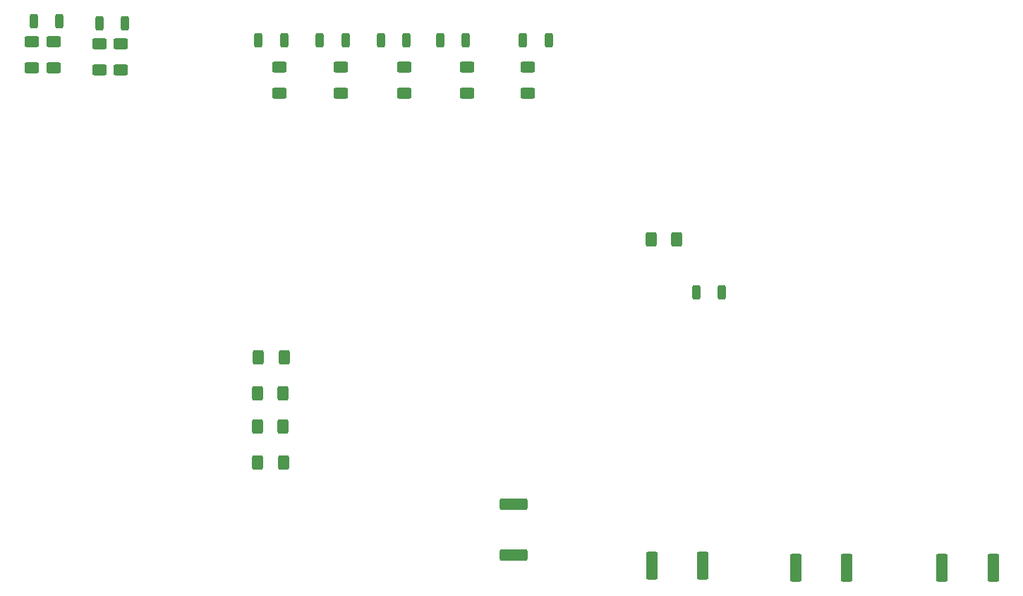
<source format=gbr>
%TF.GenerationSoftware,KiCad,Pcbnew,7.0.2*%
%TF.CreationDate,2024-03-07T12:51:37+05:30*%
%TF.ProjectId,helix2403,68656c69-7832-4343-9033-2e6b69636164,rev?*%
%TF.SameCoordinates,Original*%
%TF.FileFunction,Paste,Bot*%
%TF.FilePolarity,Positive*%
%FSLAX46Y46*%
G04 Gerber Fmt 4.6, Leading zero omitted, Abs format (unit mm)*
G04 Created by KiCad (PCBNEW 7.0.2) date 2024-03-07 12:51:37*
%MOMM*%
%LPD*%
G01*
G04 APERTURE LIST*
G04 Aperture macros list*
%AMRoundRect*
0 Rectangle with rounded corners*
0 $1 Rounding radius*
0 $2 $3 $4 $5 $6 $7 $8 $9 X,Y pos of 4 corners*
0 Add a 4 corners polygon primitive as box body*
4,1,4,$2,$3,$4,$5,$6,$7,$8,$9,$2,$3,0*
0 Add four circle primitives for the rounded corners*
1,1,$1+$1,$2,$3*
1,1,$1+$1,$4,$5*
1,1,$1+$1,$6,$7*
1,1,$1+$1,$8,$9*
0 Add four rect primitives between the rounded corners*
20,1,$1+$1,$2,$3,$4,$5,0*
20,1,$1+$1,$4,$5,$6,$7,0*
20,1,$1+$1,$6,$7,$8,$9,0*
20,1,$1+$1,$8,$9,$2,$3,0*%
G04 Aperture macros list end*
%ADD10RoundRect,0.250000X0.625000X-0.400000X0.625000X0.400000X-0.625000X0.400000X-0.625000X-0.400000X0*%
%ADD11RoundRect,0.190000X-0.285000X-0.685000X0.285000X-0.685000X0.285000X0.685000X-0.285000X0.685000X0*%
%ADD12RoundRect,0.250000X0.400000X0.625000X-0.400000X0.625000X-0.400000X-0.625000X0.400000X-0.625000X0*%
%ADD13RoundRect,0.249999X-0.450001X-1.425001X0.450001X-1.425001X0.450001X1.425001X-0.450001X1.425001X0*%
%ADD14RoundRect,0.249999X-1.425001X0.450001X-1.425001X-0.450001X1.425001X-0.450001X1.425001X0.450001X0*%
%ADD15RoundRect,0.250000X-0.400000X-0.625000X0.400000X-0.625000X0.400000X0.625000X-0.400000X0.625000X0*%
G04 APERTURE END LIST*
D10*
%TO.C,R13*%
X76978200Y-53314600D03*
X76978200Y-50214600D03*
%TD*%
%TO.C,R15*%
X74311200Y-53314600D03*
X74311200Y-50214600D03*
%TD*%
D11*
%TO.C,D19*%
X123332000Y-50038000D03*
X126432000Y-50038000D03*
%TD*%
D10*
%TO.C,R5*%
X111446000Y-56388000D03*
X111446000Y-53288000D03*
%TD*%
D11*
%TO.C,D20*%
X116220000Y-50038000D03*
X119320000Y-50038000D03*
%TD*%
%TO.C,D8*%
X74564000Y-47752000D03*
X77664000Y-47752000D03*
%TD*%
D10*
%TO.C,R3*%
X126584400Y-56388000D03*
X126584400Y-53288000D03*
%TD*%
D12*
%TO.C,R17*%
X104639400Y-88061800D03*
X101539400Y-88061800D03*
%TD*%
D11*
%TO.C,D18*%
X154066000Y-80264000D03*
X157166000Y-80264000D03*
%TD*%
D12*
%TO.C,R16*%
X104487000Y-92334600D03*
X101387000Y-92334600D03*
%TD*%
D13*
%TO.C,R7*%
X183582000Y-113284000D03*
X189682000Y-113284000D03*
%TD*%
D11*
%TO.C,D16*%
X82438000Y-48006000D03*
X85538000Y-48006000D03*
%TD*%
%TO.C,D22*%
X101540000Y-50038000D03*
X104640000Y-50038000D03*
%TD*%
D10*
%TO.C,R9*%
X82439200Y-53594000D03*
X82439200Y-50494000D03*
%TD*%
D12*
%TO.C,R10*%
X104537800Y-100660200D03*
X101437800Y-100660200D03*
%TD*%
D10*
%TO.C,R1*%
X133848800Y-56388000D03*
X133848800Y-53288000D03*
%TD*%
D11*
%TO.C,D21*%
X108906000Y-50038000D03*
X112006000Y-50038000D03*
%TD*%
D14*
%TO.C,R18*%
X132172400Y-105662000D03*
X132172400Y-111762000D03*
%TD*%
D12*
%TO.C,R12*%
X104487000Y-96322400D03*
X101387000Y-96322400D03*
%TD*%
D10*
%TO.C,R6*%
X104080000Y-56388000D03*
X104080000Y-53288000D03*
%TD*%
%TO.C,R8*%
X84979200Y-53594000D03*
X84979200Y-50494000D03*
%TD*%
D13*
%TO.C,R11*%
X166052000Y-113284000D03*
X172152000Y-113284000D03*
%TD*%
D10*
%TO.C,R4*%
X119040600Y-56388000D03*
X119040600Y-53288000D03*
%TD*%
D15*
%TO.C,R2*%
X148631000Y-73863200D03*
X151731000Y-73863200D03*
%TD*%
D13*
%TO.C,R14*%
X148780000Y-113030000D03*
X154880000Y-113030000D03*
%TD*%
D11*
%TO.C,D17*%
X133264000Y-50038000D03*
X136364000Y-50038000D03*
%TD*%
M02*

</source>
